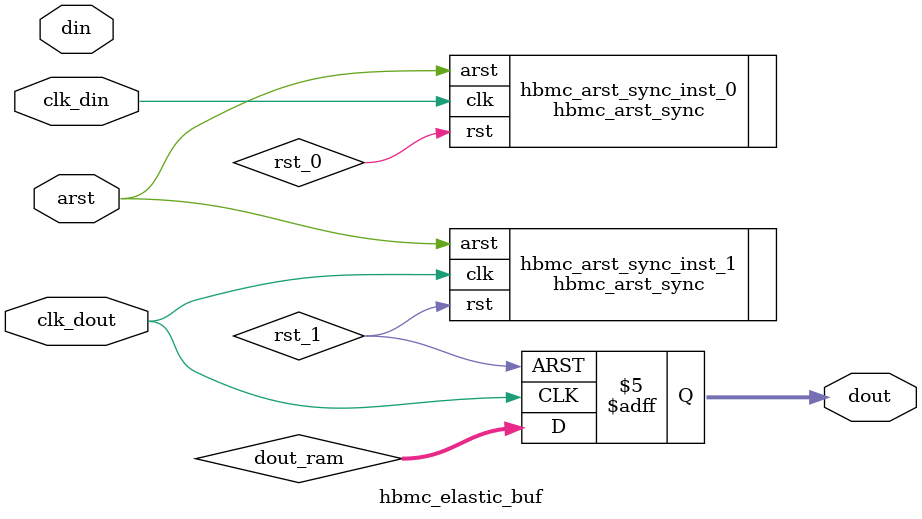
<source format=v>
/*
 * ----------------------------------------------------------------------------
 *  Project:  OpenHBMC
 *  Filename: hbmc_elastic_buf.v
 *  Purpose:  Elastic buffer module. Used to synchronize data transfer between
 *  two clock domains with same frequency, but random phase.
 * ----------------------------------------------------------------------------
 *  Copyright © 2020-2022, Vaagn Oganesyan <ovgn@protonmail.com>
 *
 *  Licensed under the Apache License, Version 2.0 (the "License");
 *  you may not use this file except in compliance with the License.
 *  You may obtain a copy of the License at
 *
 *      http://www.apache.org/licenses/LICENSE-2.0
 *
 *  Unless required by applicable law or agreed to in writing, software
 *  distributed under the License is distributed on an "AS IS" BASIS,
 *  WITHOUT WARRANTIES OR CONDITIONS OF ANY KIND, either express or implied.
 *  See the License for the specific language governing permissions and
 *  limitations under the License.
 * ----------------------------------------------------------------------------
 */


`default_nettype none
`timescale 1ps / 1ps


module hbmc_elastic_buf #
(
    parameter   DATA_WIDTH = 8
)
(
    input   wire                        arst,
    input   wire                        clk_din,
    input   wire                        clk_dout,
    input   wire    [DATA_WIDTH - 1:0]  din,
    output  reg     [DATA_WIDTH - 1:0]  dout
);

/*----------------------------------------------------------------------------------------------------------------------------*/

    wire    rst_0;
    wire    rst_1;


    hbmc_arst_sync #
    (
        .C_SYNC_STAGES ( 3 )
    )
    hbmc_arst_sync_inst_0
    (
        .clk   ( clk_din ),
        .arst  ( arst    ),
        .rst   ( rst_0   )
    );


    hbmc_arst_sync #
    (
        .C_SYNC_STAGES ( 3 )
    )
    hbmc_arst_sync_inst_1
    (
        .clk   ( clk_dout ),
        .arst  ( arst     ),
        .rst   ( rst_1    )
    );

/*----------------------------------------------------------------------------------------------------------------------------*/

    reg     [4:0]               wr_addr;
    reg     [4:0]               rd_addr;
    wire    [DATA_WIDTH - 1:0]  dout_ram;

    /* Circular buffer write pointer */
    always @(posedge clk_din or posedge rst_0) begin
        if (rst_0) begin
            wr_addr <= 5'd2;    // write to read pointer margin
        end else begin
            wr_addr <= wr_addr + 1'b1;
        end
    end


    /* Circular buffer read pointer */
    always @(posedge clk_dout or posedge rst_1) begin
        if (rst_1) begin
            rd_addr <= 5'd0;
            dout    <= {DATA_WIDTH{1'b0}};
        end else begin
            rd_addr <= rd_addr + 1'b1;
            dout    <= dout_ram;
        end
    end

/*----------------------------------------------------------------------------------------------------------------------------*/

    //~ genvar i;

    //~ generate
        //~ for (i = 0; i < DATA_WIDTH; i = i + 1) begin
            //~ RAM32X1D #
            //~ (
                //~ .INIT   ( 32'h00000000 )    // Initial contents of RAM
            //~ )
            //~ RAM32X1D_inst
            //~ (
                //~ .WCLK   ( clk_din     ),    // Write clock input
                //~ .WE     ( 1'b1        ),    // Write enable input
                //~ .A0     ( wr_addr[0]  ),    // RW address[0] input bit
                //~ .A1     ( wr_addr[1]  ),    // RW address[1] input bit
                //~ .A2     ( wr_addr[2]  ),    // RW address[2] input bit
                //~ .A3     ( wr_addr[3]  ),    // RW address[3] input bit
                //~ .A4     ( wr_addr[4]  ),    // RW address[4] input bit
                //~ .D      ( din[i]      ),    // Write 1-bit data input
                //~ .SPO    ( /*--NC--*/  ),    // RW 1-bit data output

                //~ .DPRA0  ( rd_addr[0]  ),    // RO address[0] input bit
                //~ .DPRA1  ( rd_addr[1]  ),    // RO address[1] input bit
                //~ .DPRA2  ( rd_addr[2]  ),    // RO address[2] input bit
                //~ .DPRA3  ( rd_addr[3]  ),    // RO address[3] input bit
                //~ .DPRA4  ( rd_addr[4]  ),    // RO address[4] input bit
                //~ .DPO    ( dout_ram[i] )     // RO 1-bit data output
            //~ );
        //~ end
    //~ endgenerate

endmodule

/*----------------------------------------------------------------------------------------------------------------------------*/

`default_nettype wire

</source>
